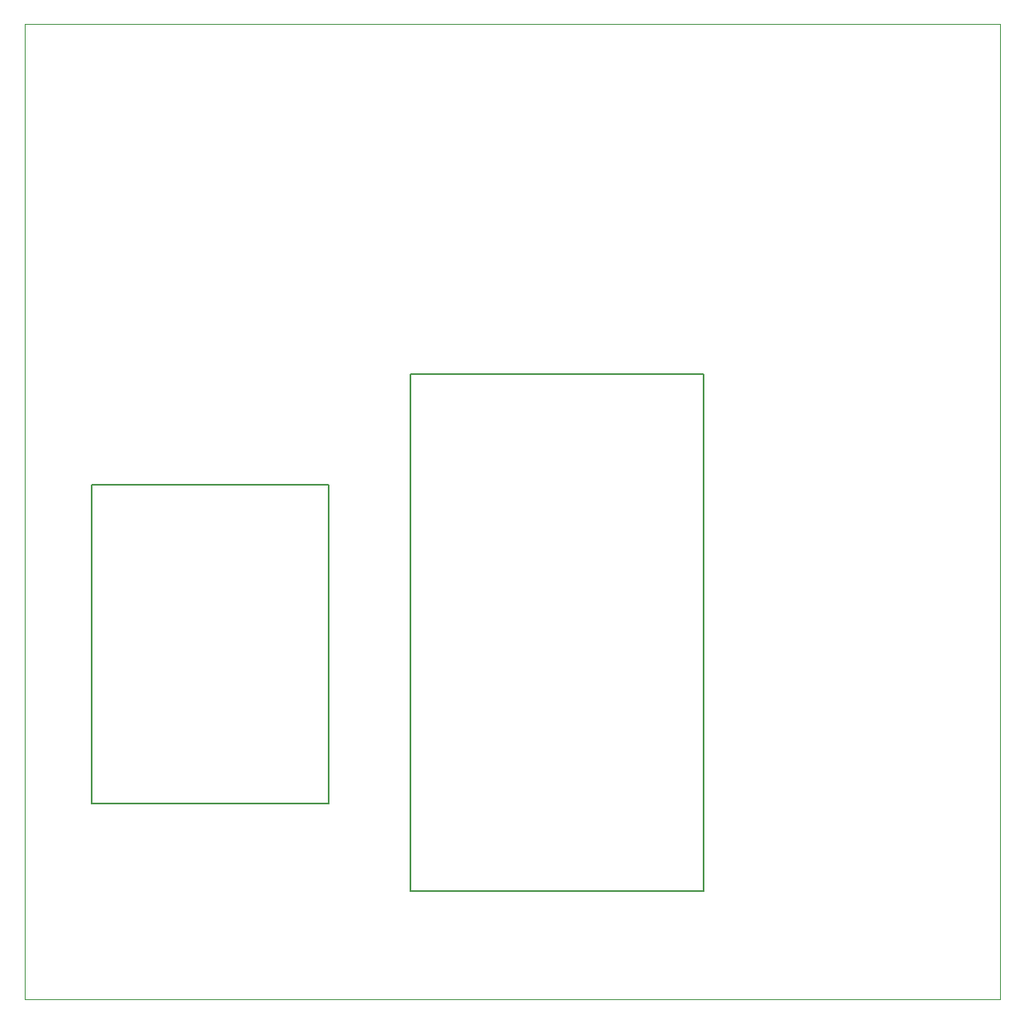
<source format=gko>
G75*
%MOIN*%
%OFA0B0*%
%FSLAX25Y25*%
%IPPOS*%
%LPD*%
%AMOC8*
5,1,8,0,0,1.08239X$1,22.5*
%
%ADD10C,0.00000*%
%ADD11C,0.00500*%
D10*
X0021800Y0001000D02*
X0021800Y0394701D01*
X0415501Y0394701D01*
X0415501Y0001000D01*
X0021800Y0001000D01*
D11*
X0048965Y0080134D02*
X0048965Y0208953D01*
X0144635Y0208953D01*
X0144635Y0080134D01*
X0048965Y0080134D01*
X0177784Y0044701D02*
X0295894Y0044701D01*
X0295894Y0253362D01*
X0177784Y0253362D01*
X0177784Y0044701D01*
M02*

</source>
